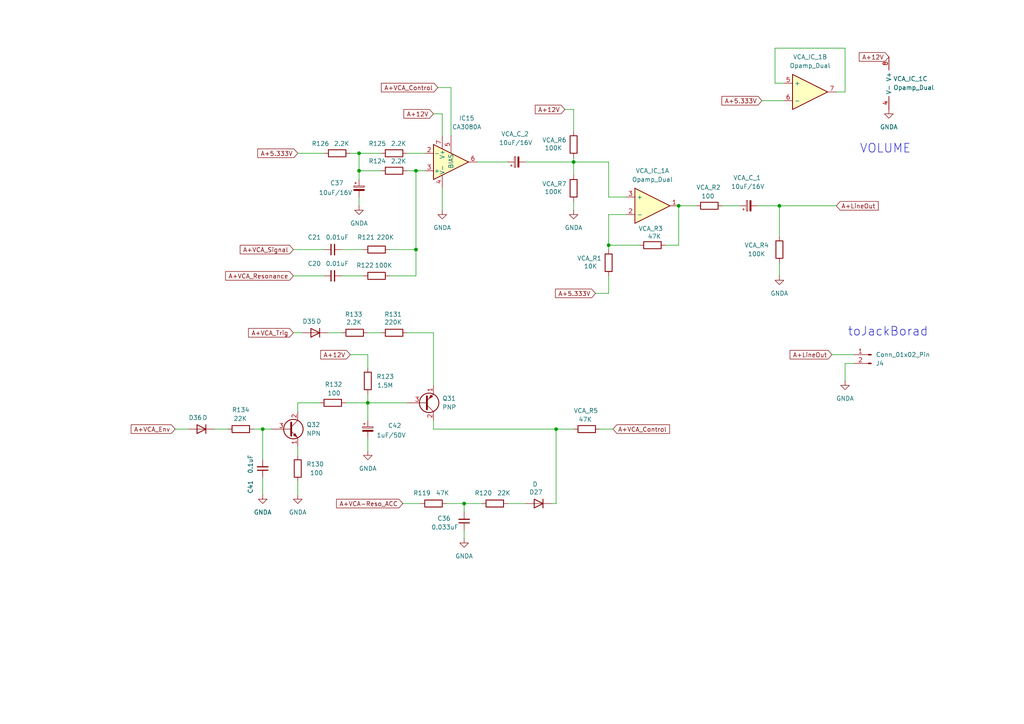
<source format=kicad_sch>
(kicad_sch (version 20231120) (generator "eeschema") (generator_version "8.0")
  (paper "A4")
  (lib_symbols
    (symbol "Amplifier_Operational:CA3080A" (pin_names (offset 0.127))
      (property "Reference" "U" (at 1.27 3.81 0))
      (property "Value" "CA3080A" (at 1.27 -3.81 0))
      (symbol "CA3080A_0_1"
        (polyline (pts (xy 5.08 0) (xy -5.08 -5.08) (xy -5.08 5.08) (xy 5.08 0)) (stroke (width 0.254)) (fill (type background)))
      )
      (symbol "CA3080A_1_1"
        (pin no_connect line (at -2.54 2.54 270) (length 2.54) hide (name "NC") (number "1"))
        (pin input line (at -7.62 2.54 0) (length 2.54) (name "-") (number "2"))
        (pin input line (at -7.62 -2.54 0) (length 2.54) (name "+") (number "3"))
        (pin power_in line (at -2.54 -7.62 90) (length 3.81) (name "V-") (number "4"))
        (pin passive line (at 0 7.62 270) (length 5.08) (name "BIAS") (number "5"))
        (pin output line (at 7.62 0 180) (length 2.54) (name "~") (number "6"))
        (pin power_in line (at -2.54 7.62 270) (length 3.81) (name "V+") (number "7"))
        (pin no_connect line (at 0 2.54 270) (length 2.54) hide (name "NC") (number "8"))
      )
    )
    (symbol "Connector:Conn_01x02_Pin" (pin_names (offset 1.016) hide)
      (property "Reference" "J" (at 0 2.54 0))
      (property "Value" "Conn_01x02_Pin" (at 0 -5.08 0))
      (symbol "Conn_01x02_Pin_1_1"
        (polyline (pts (xy 1.27 -2.54) (xy 0.8636 -2.54)) (stroke (width 0.1524)))
        (polyline (pts (xy 1.27 0) (xy 0.8636 0)) (stroke (width 0.1524)))
        (rectangle (start 0.8636 -2.413) (end 0 -2.667) (stroke (width 0.1524)) (fill (type outline)))
        (rectangle (start 0.8636 0.127) (end 0 -0.127) (stroke (width 0.1524)) (fill (type outline)))
        (pin passive line (at 5.08 0 180) (length 3.81) (name "Pin_1") (number "1"))
        (pin passive line (at 5.08 -2.54 180) (length 3.81) (name "Pin_2") (number "2"))
      )
    )
    (symbol "Device:C_Polarized_Small" (pin_numbers hide) (pin_names (offset 0.254) hide)
      (property "Reference" "C" (at 0.254 1.778 0))
      (property "Value" "C_Polarized_Small" (at 0.254 -2.032 0))
      (symbol "C_Polarized_Small_0_1"
        (rectangle (start -1.524 -0.3048) (end 1.524 -0.6858) (fill (type outline)))
        (rectangle (start -1.524 0.6858) (end 1.524 0.3048))
        (polyline (pts (xy -1.27 1.524) (xy -0.762 1.524)))
        (polyline (pts (xy -1.016 1.27) (xy -1.016 1.778)))
      )
      (symbol "C_Polarized_Small_1_1"
        (pin passive line (at 0 2.54 270) (length 1.8542) (name "~") (number "1"))
        (pin passive line (at 0 -2.54 90) (length 1.8542) (name "~") (number "2"))
      )
    )
    (symbol "Device:C_Small" (pin_numbers hide) (pin_names (offset 0.254) hide)
      (property "Reference" "C" (at 0.254 1.778 0))
      (property "Value" "C_Small" (at 0.254 -2.032 0))
      (symbol "C_Small_0_1"
        (polyline (pts (xy -1.524 -0.508) (xy 1.524 -0.508)) (stroke (width 0.3302)))
        (polyline (pts (xy -1.524 0.508) (xy 1.524 0.508)) (stroke (width 0.3048)))
      )
      (symbol "C_Small_1_1"
        (pin passive line (at 0 2.54 270) (length 2.032) (name "~") (number "1"))
        (pin passive line (at 0 -2.54 90) (length 2.032) (name "~") (number "2"))
      )
    )
    (symbol "Device:D" (pin_numbers hide) (pin_names (offset 1.016) hide)
      (property "Reference" "D" (at 0 2.54 0))
      (property "Value" "D" (at 0 -2.54 0))
      (symbol "D_0_1"
        (polyline (pts (xy -1.27 1.27) (xy -1.27 -1.27)) (stroke (width 0.254)))
        (polyline (pts (xy 1.27 0) (xy -1.27 0)))
        (polyline (pts (xy 1.27 1.27) (xy 1.27 -1.27) (xy -1.27 0) (xy 1.27 1.27)) (stroke (width 0.254)))
      )
      (symbol "D_1_1"
        (pin passive line (at -3.81 0 0) (length 2.54) (name "K") (number "1"))
        (pin passive line (at 3.81 0 180) (length 2.54) (name "A") (number "2"))
      )
    )
    (symbol "Device:Opamp_Dual"
      (property "Reference" "U" (at 0 5.08 0))
      (property "Value" "Opamp_Dual" (at 0 -5.08 0))
      (symbol "Opamp_Dual_1_1"
        (polyline (pts (xy -5.08 5.08) (xy 5.08 0) (xy -5.08 -5.08) (xy -5.08 5.08)) (stroke (width 0.254)) (fill (type background)))
        (pin output line (at 7.62 0 180) (length 2.54) (name "~") (number "1"))
        (pin input line (at -7.62 -2.54 0) (length 2.54) (name "-") (number "2"))
        (pin input line (at -7.62 2.54 0) (length 2.54) (name "+") (number "3"))
      )
      (symbol "Opamp_Dual_2_1"
        (polyline (pts (xy -5.08 5.08) (xy 5.08 0) (xy -5.08 -5.08) (xy -5.08 5.08)) (stroke (width 0.254)) (fill (type background)))
        (pin input line (at -7.62 2.54 0) (length 2.54) (name "+") (number "5"))
        (pin input line (at -7.62 -2.54 0) (length 2.54) (name "-") (number "6"))
        (pin output line (at 7.62 0 180) (length 2.54) (name "~") (number "7"))
      )
      (symbol "Opamp_Dual_3_1"
        (pin power_in line (at -2.54 -7.62 90) (length 3.81) (name "V-") (number "4"))
        (pin power_in line (at -2.54 7.62 270) (length 3.81) (name "V+") (number "8"))
      )
    )
    (symbol "Device:Q_NPN_ECB" (pin_names (offset 0) hide)
      (property "Reference" "Q" (at 5.08 1.27 0))
      (property "Value" "Q_NPN_ECB" (at 5.08 -1.27 0))
      (symbol "Q_NPN_ECB_0_1"
        (polyline (pts (xy 0.635 0.635) (xy 2.54 2.54)))
        (polyline (pts (xy 0.635 -0.635) (xy 2.54 -2.54) (xy 2.54 -2.54)))
        (polyline (pts (xy 0.635 1.905) (xy 0.635 -1.905) (xy 0.635 -1.905)) (stroke (width 0.508)))
        (polyline (pts (xy 1.27 -1.778) (xy 1.778 -1.27) (xy 2.286 -2.286) (xy 1.27 -1.778) (xy 1.27 -1.778)) (fill (type outline)))
        (circle (center 1.27 0) (radius 2.8194) (stroke (width 0.254)))
      )
      (symbol "Q_NPN_ECB_1_1"
        (pin passive line (at 2.54 -5.08 90) (length 2.54) (name "E") (number "1"))
        (pin passive line (at 2.54 5.08 270) (length 2.54) (name "C") (number "2"))
        (pin passive line (at -5.08 0 0) (length 5.715) (name "B") (number "3"))
      )
    )
    (symbol "Device:Q_PNP_ECB" (pin_names (offset 0) hide)
      (property "Reference" "Q" (at 5.08 1.27 0))
      (property "Value" "Q_PNP_ECB" (at 5.08 -1.27 0))
      (symbol "Q_PNP_ECB_0_1"
        (polyline (pts (xy 0.635 0.635) (xy 2.54 2.54)))
        (polyline (pts (xy 0.635 -0.635) (xy 2.54 -2.54) (xy 2.54 -2.54)))
        (polyline (pts (xy 0.635 1.905) (xy 0.635 -1.905) (xy 0.635 -1.905)) (stroke (width 0.508)))
        (polyline (pts (xy 2.286 -1.778) (xy 1.778 -2.286) (xy 1.27 -1.27) (xy 2.286 -1.778) (xy 2.286 -1.778)) (fill (type outline)))
        (circle (center 1.27 0) (radius 2.8194) (stroke (width 0.254)))
      )
      (symbol "Q_PNP_ECB_1_1"
        (pin passive line (at 2.54 -5.08 90) (length 2.54) (name "E") (number "1"))
        (pin passive line (at 2.54 5.08 270) (length 2.54) (name "C") (number "2"))
        (pin input line (at -5.08 0 0) (length 5.715) (name "B") (number "3"))
      )
    )
    (symbol "Device:R" (pin_numbers hide) (pin_names (offset 0))
      (property "Reference" "R" (at 2.032 0 90))
      (property "Value" "R" (at 0 0 90))
      (symbol "R_0_1"
        (rectangle (start -1.016 -2.54) (end 1.016 2.54) (stroke (width 0.254)))
      )
      (symbol "R_1_1"
        (pin passive line (at 0 3.81 270) (length 1.27) (name "~") (number "1"))
        (pin passive line (at 0 -3.81 90) (length 1.27) (name "~") (number "2"))
      )
    )
    (symbol "power:GNDA" (power) (pin_numbers hide) (pin_names (offset 0) hide)
      (property "Value" "GNDA" (at 0 -3.81 0))
      (symbol "GNDA_0_1"
        (polyline (pts (xy 0 0) (xy 0 -1.27) (xy 1.27 -1.27) (xy 0 -2.54) (xy -1.27 -1.27) (xy 0 -1.27)))
      )
      (symbol "GNDA_1_1"
        (pin power_in line (at 0 0 270) (length 0) (name "~") (number "1"))
      )
    )
  )
  (junction (at 104.14 49.53))
  (junction (at 166.37 46.99))
  (junction (at 161.29 124.46))
  (junction (at 120.65 72.39))
  (junction (at 106.68 116.84))
  (junction (at 104.14 44.45))
  (junction (at 196.85 59.69))
  (junction (at 176.53 71.12))
  (junction (at 76.2 124.46))
  (junction (at 120.65 49.53))
  (junction (at 134.62 146.05))
  (junction (at 226.06 59.69))
  (wire (pts (xy 99.06 80.01) (xy 105.41 80.01)))
  (wire (pts (xy 152.4 46.99) (xy 166.37 46.99)))
  (wire (pts (xy 106.68 96.52) (xy 110.49 96.52)))
  (wire (pts (xy 196.85 59.69) (xy 196.85 71.12)))
  (wire (pts (xy 106.68 102.87) (xy 106.68 106.68)))
  (wire (pts (xy 106.68 116.84) (xy 106.68 114.3)))
  (wire (pts (xy 118.11 116.84) (xy 106.68 116.84)))
  (wire (pts (xy 166.37 46.99) (xy 176.53 46.99)))
  (wire (pts (xy 86.36 139.7) (xy 86.36 143.51)))
  (wire (pts (xy 166.37 45.72) (xy 166.37 46.99)))
  (wire (pts (xy 245.11 110.49) (xy 245.11 105.41)))
  (wire (pts (xy 161.29 124.46) (xy 161.29 146.05)))
  (wire (pts (xy 224.79 24.13) (xy 224.79 13.97)))
  (wire (pts (xy 104.14 44.45) (xy 110.49 44.45)))
  (wire (pts (xy 128.27 54.61) (xy 128.27 60.96)))
  (wire (pts (xy 172.72 85.09) (xy 176.53 85.09)))
  (wire (pts (xy 76.2 124.46) (xy 78.74 124.46)))
  (wire (pts (xy 120.65 80.01) (xy 120.65 72.39)))
  (wire (pts (xy 86.36 129.54) (xy 86.36 132.08)))
  (wire (pts (xy 134.62 146.05) (xy 134.62 148.59)))
  (wire (pts (xy 176.53 46.99) (xy 176.53 57.15)))
  (wire (pts (xy 85.09 80.01) (xy 93.98 80.01)))
  (wire (pts (xy 219.71 59.69) (xy 226.06 59.69)))
  (wire (pts (xy 101.6 102.87) (xy 106.68 102.87)))
  (wire (pts (xy 120.65 49.53) (xy 123.19 49.53)))
  (wire (pts (xy 196.85 71.12) (xy 193.04 71.12)))
  (wire (pts (xy 224.79 13.97) (xy 245.11 13.97)))
  (wire (pts (xy 104.14 57.15) (xy 104.14 59.69)))
  (wire (pts (xy 128.27 33.02) (xy 128.27 39.37)))
  (wire (pts (xy 226.06 59.69) (xy 226.06 68.58)))
  (wire (pts (xy 245.11 105.41) (xy 247.65 105.41)))
  (wire (pts (xy 101.6 44.45) (xy 104.14 44.45)))
  (wire (pts (xy 173.99 124.46) (xy 177.8 124.46)))
  (wire (pts (xy 134.62 146.05) (xy 139.7 146.05)))
  (wire (pts (xy 106.68 127) (xy 106.68 130.81)))
  (wire (pts (xy 125.73 121.92) (xy 125.73 124.46)))
  (wire (pts (xy 95.25 96.52) (xy 99.06 96.52)))
  (wire (pts (xy 166.37 31.75) (xy 166.37 38.1)))
  (wire (pts (xy 226.06 59.69) (xy 242.57 59.69)))
  (wire (pts (xy 125.73 124.46) (xy 161.29 124.46)))
  (wire (pts (xy 100.33 116.84) (xy 106.68 116.84)))
  (wire (pts (xy 185.42 71.12) (xy 176.53 71.12)))
  (wire (pts (xy 245.11 13.97) (xy 245.11 26.67)))
  (wire (pts (xy 92.71 116.84) (xy 86.36 116.84)))
  (wire (pts (xy 50.8 124.46) (xy 54.61 124.46)))
  (wire (pts (xy 166.37 58.42) (xy 166.37 60.96)))
  (wire (pts (xy 129.54 146.05) (xy 134.62 146.05)))
  (wire (pts (xy 125.73 33.02) (xy 128.27 33.02)))
  (wire (pts (xy 138.43 46.99) (xy 147.32 46.99)))
  (wire (pts (xy 245.11 26.67) (xy 242.57 26.67)))
  (wire (pts (xy 76.2 138.43) (xy 76.2 143.51)))
  (wire (pts (xy 176.53 62.23) (xy 181.61 62.23)))
  (wire (pts (xy 116.84 146.05) (xy 121.92 146.05)))
  (wire (pts (xy 85.09 72.39) (xy 93.98 72.39)))
  (wire (pts (xy 85.09 96.52) (xy 87.63 96.52)))
  (wire (pts (xy 118.11 49.53) (xy 120.65 49.53)))
  (wire (pts (xy 163.83 31.75) (xy 166.37 31.75)))
  (wire (pts (xy 118.11 96.52) (xy 125.73 96.52)))
  (wire (pts (xy 104.14 49.53) (xy 104.14 44.45)))
  (wire (pts (xy 134.62 153.67) (xy 134.62 156.21)))
  (wire (pts (xy 113.03 80.01) (xy 120.65 80.01)))
  (wire (pts (xy 147.32 146.05) (xy 152.4 146.05)))
  (wire (pts (xy 104.14 49.53) (xy 104.14 52.07)))
  (wire (pts (xy 110.49 49.53) (xy 104.14 49.53)))
  (wire (pts (xy 227.33 24.13) (xy 224.79 24.13)))
  (wire (pts (xy 176.53 57.15) (xy 181.61 57.15)))
  (wire (pts (xy 209.55 59.69) (xy 214.63 59.69)))
  (wire (pts (xy 113.03 72.39) (xy 120.65 72.39)))
  (wire (pts (xy 73.66 124.46) (xy 76.2 124.46)))
  (wire (pts (xy 160.02 146.05) (xy 161.29 146.05)))
  (wire (pts (xy 76.2 133.35) (xy 76.2 124.46)))
  (wire (pts (xy 106.68 116.84) (xy 106.68 121.92)))
  (wire (pts (xy 176.53 71.12) (xy 176.53 62.23)))
  (wire (pts (xy 196.85 59.69) (xy 201.93 59.69)))
  (wire (pts (xy 86.36 116.84) (xy 86.36 119.38)))
  (wire (pts (xy 130.81 25.4) (xy 130.81 39.37)))
  (wire (pts (xy 120.65 72.39) (xy 120.65 49.53)))
  (wire (pts (xy 166.37 46.99) (xy 166.37 50.8)))
  (wire (pts (xy 241.3 102.87) (xy 247.65 102.87)))
  (wire (pts (xy 127 25.4) (xy 130.81 25.4)))
  (wire (pts (xy 226.06 76.2) (xy 226.06 80.01)))
  (wire (pts (xy 220.98 29.21) (xy 227.33 29.21)))
  (wire (pts (xy 176.53 85.09) (xy 176.53 80.01)))
  (wire (pts (xy 99.06 72.39) (xy 105.41 72.39)))
  (wire (pts (xy 176.53 71.12) (xy 176.53 72.39)))
  (wire (pts (xy 125.73 96.52) (xy 125.73 111.76)))
  (wire (pts (xy 118.11 44.45) (xy 123.19 44.45)))
  (wire (pts (xy 161.29 124.46) (xy 166.37 124.46)))
  (wire (pts (xy 62.23 124.46) (xy 66.04 124.46)))
  (wire (pts (xy 86.36 44.45) (xy 93.98 44.45)))
  (text "VOLUME" (at 256.794 43.18 0) (effects (font (size 2.54 2.54))))
  (text "toJackBorad" (at 257.556 96.266 0) (effects (font (size 2.54 2.54))))
  (global_label "A+LineOut" (shape input) (at 242.57 59.69 0) (property "Intersheetrefs" "${INTERSHEET_REFS}" (effects (hide yes))))
  (global_label "A+LineOut" (shape input) (at 241.3 102.87 180) (property "Intersheetrefs" "${INTERSHEET_REFS}" (effects (hide yes))))
  (global_label "A+VCA_Control" (shape input) (at 127 25.4 180) (property "Intersheetrefs" "${INTERSHEET_REFS}" (effects (hide yes))))
  (global_label "A+5.333V" (shape input) (at 86.36 44.45 180) (property "Intersheetrefs" "${INTERSHEET_REFS}" (effects (hide yes))))
  (global_label "A+VCA_Signal" (shape input) (at 85.09 72.39 180) (property "Intersheetrefs" "${INTERSHEET_REFS}" (effects (hide yes))))
  (global_label "A+12V" (shape input) (at 163.83 31.75 180) (property "Intersheetrefs" "${INTERSHEET_REFS}" (effects (hide yes))))
  (global_label "A+5.333V" (shape input) (at 220.98 29.21 180) (property "Intersheetrefs" "${INTERSHEET_REFS}" (effects (hide yes))))
  (global_label "A+VCA-Reso_ACC" (shape input) (at 116.84 146.05 180) (property "Intersheetrefs" "${INTERSHEET_REFS}" (effects (hide yes))))
  (global_label "A+5.333V" (shape input) (at 172.72 85.09 180) (property "Intersheetrefs" "${INTERSHEET_REFS}" (effects (hide yes))))
  (global_label "A+VCA_Env" (shape input) (at 50.8 124.46 180) (property "Intersheetrefs" "${INTERSHEET_REFS}" (effects (hide yes))))
  (global_label "A+VCA_Resonance" (shape input) (at 85.09 80.01 180) (property "Intersheetrefs" "${INTERSHEET_REFS}" (effects (hide yes))))
  (global_label "A+12V" (shape input) (at 101.6 102.87 180) (property "Intersheetrefs" "${INTERSHEET_REFS}" (effects (hide yes))))
  (global_label "A+12V" (shape input) (at 257.81 16.51 180) (property "Intersheetrefs" "${INTERSHEET_REFS}" (effects (hide yes))))
  (global_label "A+12V" (shape input) (at 125.73 33.02 180) (property "Intersheetrefs" "${INTERSHEET_REFS}" (effects (hide yes))))
  (global_label "A+VCA_Control" (shape input) (at 177.8 124.46 0) (property "Intersheetrefs" "${INTERSHEET_REFS}" (effects (hide yes))))
  (global_label "A+VCA_Trig" (shape input) (at 85.09 96.52 180) (property "Intersheetrefs" "${INTERSHEET_REFS}" (effects (hide yes))))
  (symbol (lib_id "power:GNDA") (at 106.68 130.81 0) (unit 1)
    (property "Reference" "#PWR045" (effects (hide yes)))
    (property "Value" "GNDA" (at 106.68 135.89 0))
    (property "Description" "Power symbol creates a global label with name \"GNDA\" , analog ground" (effects (hide yes)))
  )
  (symbol (lib_id "Device:R") (at 109.22 72.39 270) (unit 1)
    (property "Reference" "R121" (at 108.712 68.834 90) (effects (justify right)))
    (property "Value" "220K" (at 114.3 68.834 90) (effects (justify right)))
    (property "Footprint" "Resistor_THT:R_Axial_DIN0207_L6.3mm_D2.5mm_P2.54mm_Vertical" (effects (hide yes)))
    (property "Description" "Resistor" (effects (hide yes)))
  )
  (symbol (lib_id "power:GNDA") (at 76.2 143.51 0) (unit 1)
    (property "Reference" "#PWR047" (effects (hide yes)))
    (property "Value" "GNDA" (at 76.2 148.59 0))
    (property "Description" "Power symbol creates a global label with name \"GNDA\" , analog ground" (effects (hide yes)))
  )
  (symbol (lib_id "power:GNDA") (at 245.11 110.49 0) (unit 1)
    (property "Reference" "#PWR0127" (effects (hide yes)))
    (property "Value" "GNDA" (at 245.11 115.57 0))
    (property "Description" "Power symbol creates a global label with name \"GNDA\" , analog ground" (effects (hide yes)))
    (instances (project "mainBorad" (path "" (reference "#PWR0127") (unit 1))) (project "analog_separate" (path "" (reference "#PWR021") (unit 1))))
  )
  (symbol (lib_id "Amplifier_Operational:CA3080A") (at 130.81 46.99 0) (unit 1)
    (property "Reference" "IC15" (at 135.382 34.29 0))
    (property "Value" "CA3080A" (at 135.382 36.83 0))
    (property "Footprint" "Package_DIP:DIP-8_W7.62mm" (effects (hide yes)))
    (property "Datasheet" "http://www.intersil.com/content/dam/Intersil/documents/ca30/ca3080-a.pdf" (effects (hide yes)))
    (property "Description" "2MHz, Operational Transconductance Amplifier (OTA), gM spread 1.6:1, DIP-8/SOIC-8" (effects (hide yes)))
  )
  (symbol (lib_id "Device:C_Polarized_Small") (at 106.68 124.46 0) (unit 1)
    (property "Reference" "C42" (at 112.522 123.444 0) (effects (justify left)))
    (property "Value" "1uF/50V" (at 109.22 126.238 0) (effects (justify left)))
    (property "Footprint" "Capacitor_THT:CP_Radial_D5.0mm_P2.00mm" (effects (hide yes)))
    (property "Description" "Polarized capacitor, small symbol" (effects (hide yes)))
  )
  (symbol (lib_id "Device:R") (at 109.22 80.01 270) (unit 1)
    (property "Reference" "R122" (at 108.458 76.962 90) (effects (justify right)))
    (property "Value" "100K" (at 113.792 76.962 90) (effects (justify right)))
    (property "Footprint" "Resistor_THT:R_Axial_DIN0207_L6.3mm_D2.5mm_P2.54mm_Vertical" (effects (hide yes)))
    (property "Description" "Resistor" (effects (hide yes)))
  )
  (symbol (lib_id "power:GNDA") (at 166.37 60.96 0) (unit 1)
    (property "Reference" "#PWR0129" (effects (hide yes)))
    (property "Value" "GNDA" (at 166.37 66.04 0))
    (property "Description" "Power symbol creates a global label with name \"GNDA\" , analog ground" (effects (hide yes)))
    (instances (project "mainBorad" (path "" (reference "#PWR0129") (unit 1))) (project "analog_separate" (path "" (reference "#PWR022") (unit 1))))
  )
  (symbol (lib_id "Device:R") (at 114.3 96.52 270) (unit 1)
    (property "Reference" "R131" (at 116.586 91.186 90) (effects (justify right)))
    (property "Value" "220K" (at 116.586 93.472 90) (effects (justify right)))
    (property "Footprint" "Resistor_THT:R_Axial_DIN0207_L6.3mm_D2.5mm_P2.54mm_Vertical" (effects (hide yes)))
    (property "Description" "Resistor" (effects (hide yes)))
  )
  (symbol (lib_id "Device:R") (at 96.52 116.84 270) (unit 1)
    (property "Reference" "R132" (at 99.314 111.506 90) (effects (justify right)))
    (property "Value" "100" (at 98.806 114.046 90) (effects (justify right)))
    (property "Footprint" "Resistor_THT:R_Axial_DIN0207_L6.3mm_D2.5mm_P2.54mm_Vertical" (effects (hide yes)))
    (property "Description" "Resistor" (effects (hide yes)))
  )
  (symbol (lib_id "power:GNDA") (at 104.14 59.69 0) (unit 1)
    (property "Reference" "#PWR040" (effects (hide yes)))
    (property "Value" "GNDA" (at 104.14 64.77 0))
    (property "Description" "Power symbol creates a global label with name \"GNDA\" , analog ground" (effects (hide yes)))
  )
  (symbol (lib_id "power:GNDA") (at 257.81 31.75 0) (unit 1)
    (property "Reference" "#PWR0128" (effects (hide yes)))
    (property "Value" "GNDA" (at 257.81 36.83 0))
    (property "Description" "Power symbol creates a global label with name \"GNDA\" , analog ground" (effects (hide yes)))
    (instances (project "mainBorad" (path "" (reference "#PWR0128") (unit 1))) (project "analog_separate" (path "" (reference "#PWR020") (unit 1))))
  )
  (symbol (lib_id "Device:R") (at 69.85 124.46 270) (unit 1)
    (property "Reference" "R134" (at 72.39 118.872 90) (effects (justify right)))
    (property "Value" "22K" (at 71.628 121.412 90) (effects (justify right)))
    (property "Footprint" "Resistor_THT:R_Axial_DIN0207_L6.3mm_D2.5mm_P2.54mm_Vertical" (effects (hide yes)))
    (property "Description" "Resistor" (effects (hide yes)))
  )
  (symbol (lib_id "Device:Q_PNP_ECB") (at 123.19 116.84 0) (mirror x) (unit 1)
    (property "Reference" "Q31" (at 128.27 115.5699 0) (effects (justify left)))
    (property "Value" "PNP" (at 128.27 118.1099 0) (effects (justify left)))
    (property "Footprint" "Package_TO_SOT_THT:TO-92_HandSolder" (effects (hide yes)))
    (property "Description" "PNP transistor, emitter/collector/base" (effects (hide yes)))
  )
  (symbol (lib_id "Device:R") (at 86.36 135.89 0) (unit 1)
    (property "Reference" "R130" (at 93.98 134.62 0) (effects (justify right)))
    (property "Value" "100" (at 93.726 137.16 0) (effects (justify right)))
    (property "Footprint" "Resistor_THT:R_Axial_DIN0207_L6.3mm_D2.5mm_P2.54mm_Vertical" (effects (hide yes)))
    (property "Description" "Resistor" (effects (hide yes)))
  )
  (symbol (lib_id "Device:C_Polarized_Small") (at 104.14 54.61 0) (unit 1)
    (property "Reference" "C37" (at 95.758 53.086 0) (effects (justify left)))
    (property "Value" "10uF/16V" (at 92.456 55.88 0) (effects (justify left)))
    (property "Footprint" "Capacitor_THT:CP_Radial_D4.0mm_P2.00mm" (effects (hide yes)))
    (property "Description" "Polarized capacitor, small symbol" (effects (hide yes)))
  )
  (symbol (lib_id "Device:R") (at 114.3 44.45 270) (unit 1)
    (property "Reference" "R125" (at 112.014 41.656 90) (effects (justify right)))
    (property "Value" "2.2K" (at 117.856 41.656 90) (effects (justify right)))
    (property "Footprint" "Resistor_THT:R_Axial_DIN0207_L6.3mm_D2.5mm_P2.54mm_Vertical" (effects (hide yes)))
    (property "Description" "Resistor" (effects (hide yes)))
  )
  (symbol (lib_id "Device:D") (at 156.21 146.05 180) (unit 1)
    (property "Reference" "D27" (at 155.448 142.748 0))
    (property "Value" "D" (at 155.194 140.462 0))
    (property "Footprint" "Diode_THT:D_A-405_P2.54mm_Vertical_AnodeUp" (effects (hide yes)))
    (property "Description" "Diode" (effects (hide yes)))
    (property "Sim.Device" "D" (effects (hide yes)))
    (property "Sim.Pins" "1=K 2=A" (effects (hide yes)))
  )
  (symbol (lib_id "Device:R") (at 102.87 96.52 270) (unit 1)
    (property "Reference" "R133" (at 105.156 91.186 90) (effects (justify right)))
    (property "Value" "2.2K" (at 104.902 93.472 90) (effects (justify right)))
    (property "Footprint" "Resistor_THT:R_Axial_DIN0207_L6.3mm_D2.5mm_P2.54mm_Vertical" (effects (hide yes)))
    (property "Description" "Resistor" (effects (hide yes)))
  )
  (symbol (lib_id "Device:Opamp_Dual") (at 234.95 26.67 0) (unit 2)
    (property "Reference" "VCA_IC_1" (at 234.95 16.51 0))
    (property "Value" "Opamp_Dual" (at 234.95 19.05 0))
    (property "Footprint" "Package_DIP:DIP-8_W7.62mm" (effects (hide yes)))
    (property "Description" "Dual operational amplifier" (effects (hide yes)))
    (property "Sim.Library" "${KICAD7_SYMBOL_DIR}/Simulation_SPICE.sp" (effects (hide yes)))
    (property "Sim.Name" "kicad_builtin_opamp_dual" (effects (hide yes)))
    (property "Sim.Device" "SUBCKT" (effects (hide yes)))
    (property "Sim.Pins" "1=out1 2=in1- 3=in1+ 4=vee 5=in2+ 6=in2- 7=out2 8=vcc" (effects (hide yes)))
  )
  (symbol (lib_id "Device:R") (at 176.53 76.2 0) (unit 1)
    (property "Reference" "VCA_R1" (at 174.498 74.93 0) (effects (justify right)))
    (property "Value" "10K" (at 173.228 77.216 0) (effects (justify right)))
    (property "Footprint" "Resistor_THT:R_Axial_DIN0207_L6.3mm_D2.5mm_P2.54mm_Vertical" (effects (hide yes)))
    (property "Description" "Resistor" (effects (hide yes)))
  )
  (symbol (lib_id "Device:C_Small") (at 134.62 151.13 180) (unit 1)
    (property "Reference" "C36" (at 128.778 150.368 0))
    (property "Value" "0.033uF" (at 129.032 152.908 0))
    (property "Footprint" "Capacitor_THT:C_Rect_L7.2mm_W2.5mm_P5.00mm_FKS2_FKP2_MKS2_MKP2" (effects (hide yes)))
    (property "Description" "Unpolarized capacitor, small symbol" (effects (hide yes)))
  )
  (symbol (lib_id "power:GNDA") (at 128.27 60.96 0) (unit 1)
    (property "Reference" "#PWR041" (effects (hide yes)))
    (property "Value" "GNDA" (at 128.27 66.04 0))
    (property "Description" "Power symbol creates a global label with name \"GNDA\" , analog ground" (effects (hide yes)))
  )
  (symbol (lib_id "Device:Opamp_Dual") (at 189.23 59.69 0) (unit 1)
    (property "Reference" "VCA_IC_1" (at 189.23 49.53 0))
    (property "Value" "Opamp_Dual" (at 189.23 52.07 0))
    (property "Footprint" "Package_DIP:DIP-8_W7.62mm" (effects (hide yes)))
    (property "Description" "Dual operational amplifier" (effects (hide yes)))
    (property "Sim.Library" "${KICAD7_SYMBOL_DIR}/Simulation_SPICE.sp" (effects (hide yes)))
    (property "Sim.Name" "kicad_builtin_opamp_dual" (effects (hide yes)))
    (property "Sim.Device" "SUBCKT" (effects (hide yes)))
    (property "Sim.Pins" "1=out1 2=in1- 3=in1+ 4=vee 5=in2+ 6=in2- 7=out2 8=vcc" (effects (hide yes)))
  )
  (symbol (lib_id "Device:R") (at 125.73 146.05 270) (unit 1)
    (property "Reference" "R119" (at 124.968 143.002 90) (effects (justify right)))
    (property "Value" "47K" (at 130.302 143.002 90) (effects (justify right)))
    (property "Footprint" "Resistor_THT:R_Axial_DIN0207_L6.3mm_D2.5mm_P2.54mm_Vertical" (effects (hide yes)))
    (property "Description" "Resistor" (effects (hide yes)))
  )
  (symbol (lib_id "Device:R") (at 166.37 54.61 0) (unit 1)
    (property "Reference" "VCA_R7" (at 164.338 53.34 0) (effects (justify right)))
    (property "Value" "100K" (at 163.068 55.626 0) (effects (justify right)))
    (property "Footprint" "Resistor_THT:R_Axial_DIN0207_L6.3mm_D2.5mm_P2.54mm_Vertical" (effects (hide yes)))
    (property "Description" "Resistor" (effects (hide yes)))
  )
  (symbol (lib_id "Device:C_Small") (at 76.2 135.89 180) (unit 1)
    (property "Reference" "C41" (at 72.644 141.2303 90))
    (property "Value" "0.1uF" (at 72.644 134.62 90))
    (property "Footprint" "Capacitor_THT:C_Rect_L7.2mm_W2.5mm_P5.00mm_FKS2_FKP2_MKS2_MKP2" (effects (hide yes)))
    (property "Description" "Unpolarized capacitor, small symbol" (effects (hide yes)))
  )
  (symbol (lib_id "Device:C_Polarized_Small") (at 217.17 59.69 90) (unit 1)
    (property "Reference" "VCA_C_1" (at 220.726 51.562 90) (effects (justify left)))
    (property "Value" "10uF/16V" (at 221.742 54.102 90) (effects (justify left)))
    (property "Footprint" "Capacitor_THT:CP_Radial_D4.0mm_P2.00mm" (effects (hide yes)))
    (property "Description" "Polarized capacitor, small symbol" (effects (hide yes)))
  )
  (symbol (lib_id "power:GNDA") (at 134.62 156.21 0) (unit 1)
    (property "Reference" "#PWR048" (effects (hide yes)))
    (property "Value" "GNDA" (at 134.62 161.29 0))
    (property "Description" "Power symbol creates a global label with name \"GNDA\" , analog ground" (effects (hide yes)))
  )
  (symbol (lib_id "Device:R") (at 97.79 44.45 270) (unit 1)
    (property "Reference" "R126" (at 95.504 41.656 90) (effects (justify right)))
    (property "Value" "2.2K" (at 101.346 41.656 90) (effects (justify right)))
    (property "Footprint" "Resistor_THT:R_Axial_DIN0207_L6.3mm_D2.5mm_P2.54mm_Vertical" (effects (hide yes)))
    (property "Description" "Resistor" (effects (hide yes)))
  )
  (symbol (lib_id "Device:C_Polarized_Small") (at 149.86 46.99 90) (unit 1)
    (property "Reference" "VCA_C_2" (at 153.416 38.862 90) (effects (justify left)))
    (property "Value" "10uF/16V" (at 154.432 41.402 90) (effects (justify left)))
    (property "Footprint" "Capacitor_THT:CP_Radial_D4.0mm_P2.00mm" (effects (hide yes)))
    (property "Description" "Polarized capacitor, small symbol" (effects (hide yes)))
  )
  (symbol (lib_id "Device:R") (at 106.68 110.49 0) (unit 1)
    (property "Reference" "R123" (at 114.3 109.22 0) (effects (justify right)))
    (property "Value" "1.5M" (at 114.046 111.76 0) (effects (justify right)))
    (property "Footprint" "Resistor_THT:R_Axial_DIN0207_L6.3mm_D2.5mm_P2.54mm_Vertical" (effects (hide yes)))
    (property "Description" "Resistor" (effects (hide yes)))
  )
  (symbol (lib_id "Device:R") (at 143.51 146.05 270) (unit 1)
    (property "Reference" "R120" (at 142.748 143.002 90) (effects (justify right)))
    (property "Value" "22K" (at 148.082 143.002 90) (effects (justify right)))
    (property "Footprint" "Resistor_THT:R_Axial_DIN0207_L6.3mm_D2.5mm_P2.54mm_Vertical" (effects (hide yes)))
    (property "Description" "Resistor" (effects (hide yes)))
  )
  (symbol (lib_id "Device:R") (at 170.18 124.46 270) (unit 1)
    (property "Reference" "VCA_R5" (at 173.482 119.126 90) (effects (justify right)))
    (property "Value" "47K" (at 171.704 121.666 90) (effects (justify right)))
    (property "Footprint" "Resistor_THT:R_Axial_DIN0207_L6.3mm_D2.5mm_P2.54mm_Vertical" (effects (hide yes)))
    (property "Description" "Resistor" (effects (hide yes)))
  )
  (symbol (lib_id "Device:C_Small") (at 96.52 72.39 90) (unit 1)
    (property "Reference" "C21" (at 91.1797 68.834 90))
    (property "Value" "0.01uF" (at 97.79 68.834 90))
    (property "Footprint" "Capacitor_THT:C_Rect_L7.2mm_W2.5mm_P5.00mm_FKS2_FKP2_MKS2_MKP2" (effects (hide yes)))
    (property "Description" "Unpolarized capacitor, small symbol" (effects (hide yes)))
  )
  (symbol (lib_id "power:GNDA") (at 86.36 143.51 0) (unit 1)
    (property "Reference" "#PWR046" (effects (hide yes)))
    (property "Value" "GNDA" (at 86.36 148.59 0))
    (property "Description" "Power symbol creates a global label with name \"GNDA\" , analog ground" (effects (hide yes)))
  )
  (symbol (lib_id "Device:C_Small") (at 96.52 80.01 90) (unit 1)
    (property "Reference" "C20" (at 91.1797 76.454 90))
    (property "Value" "0.01uF" (at 97.79 76.454 90))
    (property "Footprint" "Capacitor_THT:C_Rect_L7.2mm_W2.5mm_P5.00mm_FKS2_FKP2_MKS2_MKP2" (effects (hide yes)))
    (property "Description" "Unpolarized capacitor, small symbol" (effects (hide yes)))
  )
  (symbol (lib_id "Device:R") (at 166.37 41.91 0) (unit 1)
    (property "Reference" "VCA_R6" (at 164.338 40.64 0) (effects (justify right)))
    (property "Value" "100K" (at 163.068 42.926 0) (effects (justify right)))
    (property "Footprint" "Resistor_THT:R_Axial_DIN0207_L6.3mm_D2.5mm_P2.54mm_Vertical" (effects (hide yes)))
    (property "Description" "Resistor" (effects (hide yes)))
  )
  (symbol (lib_id "Device:R") (at 205.74 59.69 270) (unit 1)
    (property "Reference" "VCA_R2" (at 209.042 54.356 90) (effects (justify right)))
    (property "Value" "100" (at 207.264 56.896 90) (effects (justify right)))
    (property "Footprint" "Resistor_THT:R_Axial_DIN0207_L6.3mm_D2.5mm_P2.54mm_Vertical" (effects (hide yes)))
    (property "Description" "Resistor" (effects (hide yes)))
  )
  (symbol (lib_id "Device:D") (at 91.44 96.52 180) (unit 1)
    (property "Reference" "D35" (at 89.662 93.218 0))
    (property "Value" "D" (at 92.456 93.218 0))
    (property "Footprint" "Diode_THT:D_A-405_P2.54mm_Vertical_AnodeUp" (effects (hide yes)))
    (property "Description" "Diode" (effects (hide yes)))
    (property "Sim.Device" "D" (effects (hide yes)))
    (property "Sim.Pins" "1=K 2=A" (effects (hide yes)))
  )
  (symbol (lib_id "Connector:Conn_01x02_Pin") (at 252.73 102.87 0) (mirror y) (unit 1)
    (property "Reference" "J4" (at 254 105.4101 0) (effects (justify right)))
    (property "Value" "Conn_01x02_Pin" (at 254 102.8701 0) (effects (justify right)))
    (property "Footprint" "Connector_PinHeader_2.54mm:PinHeader_1x02_P2.54mm_Horizontal" (effects (hide yes)))
    (property "Description" "Generic connector, single row, 01x02, script generated" (effects (hide yes)))
  )
  (symbol (lib_id "Device:R") (at 114.3 49.53 270) (unit 1)
    (property "Reference" "R124" (at 112.014 46.736 90) (effects (justify right)))
    (property "Value" "2.2K" (at 117.856 46.736 90) (effects (justify right)))
    (property "Footprint" "Resistor_THT:R_Axial_DIN0207_L6.3mm_D2.5mm_P2.54mm_Vertical" (effects (hide yes)))
    (property "Description" "Resistor" (effects (hide yes)))
  )
  (symbol (lib_id "Device:Opamp_Dual") (at 260.35 24.13 0) (unit 3)
    (property "Reference" "VCA_IC_1" (at 259.08 22.8599 0) (effects (justify left)))
    (property "Value" "Opamp_Dual" (at 259.08 25.3999 0) (effects (justify left)))
    (property "Description" "Dual operational amplifier" (effects (hide yes)))
    (property "Sim.Library" "${KICAD7_SYMBOL_DIR}/Simulation_SPICE.sp" (effects (hide yes)))
    (property "Sim.Name" "kicad_builtin_opamp_dual" (effects (hide yes)))
    (property "Sim.Device" "SUBCKT" (effects (hide yes)))
    (property "Sim.Pins" "1=out1 2=in1- 3=in1+ 4=vee 5=in2+ 6=in2- 7=out2 8=vcc" (effects (hide yes)))
  )
  (symbol (lib_id "Device:D") (at 58.42 124.46 180) (unit 1)
    (property "Reference" "D36" (at 56.642 121.158 0))
    (property "Value" "D" (at 59.436 121.158 0))
    (property "Footprint" "Diode_THT:D_A-405_P2.54mm_Vertical_AnodeUp" (effects (hide yes)))
    (property "Description" "Diode" (effects (hide yes)))
    (property "Sim.Device" "D" (effects (hide yes)))
    (property "Sim.Pins" "1=K 2=A" (effects (hide yes)))
  )
  (symbol (lib_id "Device:R") (at 226.06 72.39 0) (unit 1)
    (property "Reference" "VCA_R4" (at 223.012 71.12 0) (effects (justify right)))
    (property "Value" "100K" (at 221.996 73.66 0) (effects (justify right)))
    (property "Footprint" "Resistor_THT:R_Axial_DIN0207_L6.3mm_D2.5mm_P2.54mm_Vertical" (effects (hide yes)))
    (property "Description" "Resistor" (effects (hide yes)))
  )
  (symbol (lib_id "Device:R") (at 189.23 71.12 270) (unit 1)
    (property "Reference" "VCA_R3" (at 192.278 66.294 90) (effects (justify right)))
    (property "Value" "47K" (at 191.77 68.58 90) (effects (justify right)))
    (property "Footprint" "Resistor_THT:R_Axial_DIN0207_L6.3mm_D2.5mm_P2.54mm_Vertical" (effects (hide yes)))
    (property "Description" "Resistor" (effects (hide yes)))
  )
  (symbol (lib_id "power:GNDA") (at 226.06 80.01 0) (unit 1)
    (property "Reference" "#PWR044" (effects (hide yes)))
    (property "Value" "GNDA" (at 226.06 85.09 0))
    (property "Description" "Power symbol creates a global label with name \"GNDA\" , analog ground" (effects (hide yes)))
  )
  (symbol (lib_id "Device:Q_NPN_ECB") (at 83.82 124.46 0) (unit 1)
    (property "Reference" "Q32" (at 88.9 123.1899 0) (effects (justify left)))
    (property "Value" "NPN" (at 88.9 125.7299 0) (effects (justify left)))
    (property "Footprint" "Package_TO_SOT_THT:TO-92_HandSolder" (effects (hide yes)))
    (property "Description" "NPN transistor, emitter/collector/base" (effects (hide yes)))
  )
)
</source>
